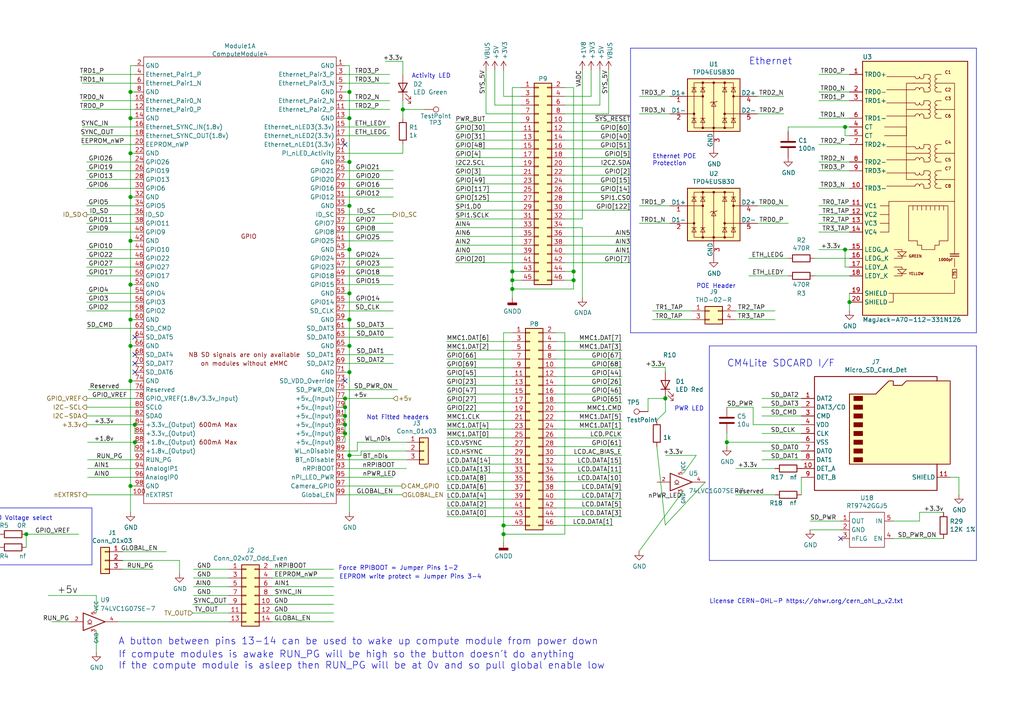
<source format=kicad_sch>
(kicad_sch (version 20211123) (generator eeschema)
  (paper "A4")
  (title_block (title "BeagleBone CM4 - GPIO - Ethernet") (rev "1"))
  (junction (at 37.846 92.71) (diameter 1.016))
  (junction (at 148.59 83.82) (diameter 1.016))
  (junction (at 101.346 132.08) (diameter 1.016))
  (junction (at 101.346 59.69) (diameter 1.016))
  (junction (at 101.346 46.99) (diameter 1.016))
  (junction (at 146.05 152.4) (diameter 1.016))
  (junction (at 7.62 154.94) (diameter 1.016))
  (junction (at 101.346 72.39) (diameter 1.016))
  (junction (at 246.38 87.63) (diameter 1.016))
  (junction (at 101.346 26.67) (diameter 1.016))
  (junction (at 245.11 36.83) (diameter 1.016))
  (junction (at 100.076 125.73) (diameter 1.016))
  (junction (at 101.346 85.09) (diameter 1.016))
  (junction (at 148.59 81.28) (diameter 1.016))
  (junction (at 37.846 69.85) (diameter 1.016))
  (junction (at 146.05 154.94) (diameter 1.016))
  (junction (at 148.59 78.74) (diameter 1.016))
  (junction (at 37.846 26.67) (diameter 1.016))
  (junction (at 100.076 120.65) (diameter 1.016))
  (junction (at 245.11 72.39) (diameter 1.016))
  (junction (at 37.846 100.33) (diameter 1.016))
  (junction (at 37.846 44.45) (diameter 1.016))
  (junction (at 39.116 123.19) (diameter 1.016))
  (junction (at 116.84 31.75) (diameter 1.016))
  (junction (at 101.346 107.95) (diameter 1.016))
  (junction (at 101.346 34.29) (diameter 1.016))
  (junction (at 192.9638 115.57) (diameter 1.016))
  (junction (at 210.82 128.27) (diameter 1.016))
  (junction (at 192.9638 115.443))
  (junction (at 166.37 78.74) (diameter 1.016))
  (junction (at 101.346 92.71) (diameter 1.016))
  (junction (at 100.076 115.57) (diameter 1.016))
  (junction (at 100.076 123.19) (diameter 1.016))
  (junction (at 101.346 100.33) (diameter 1.016))
  (junction (at 37.846 82.55) (diameter 1.016))
  (junction (at 39.116 128.27) (diameter 1.016))
  (junction (at 166.37 81.28) (diameter 1.016))
  (junction (at 37.846 110.49) (diameter 1.016))
  (junction (at 37.846 34.29) (diameter 1.016))
  (junction (at 37.846 57.15) (diameter 1.016))
  (junction (at 37.846 140.97) (diameter 1.016))
  (junction (at 100.076 118.11) (diameter 1.016))
  (no_connect (at 243.84 156.21))
  (no_connect (at 100.076 110.49))
  (no_connect (at 39.116 97.79))
  (no_connect (at 100.076 41.91))
  (no_connect (at 39.116 107.95))
  (no_connect (at 39.116 105.41))
  (no_connect (at 39.116 102.87))
  (wire (pts (xy 25.146 118.11) (xy 39.116 118.11)))
  (wire (pts (xy 23.876 36.83) (xy 39.116 36.83)))
  (wire (pts (xy 37.846 57.15) (xy 39.116 57.15)))
  (wire (pts (xy 78.994 175.26) (xy 96.774 175.26)))
  (wire (pts (xy 100.076 44.45) (xy 116.84 44.45)))
  (wire (pts (xy 173.99 30.48) (xy 173.99 20.32)))
  (wire (pts (xy 237.49 21.59) (xy 246.38 21.59)))
  (wire (pts (xy 78.994 170.18) (xy 96.774 170.18)))
  (wire (pts (xy 56.134 167.64) (xy 66.294 167.64)))
  (wire (pts (xy 101.346 132.08) (xy 101.346 148.59)))
  (wire (pts (xy 100.076 21.59) (xy 113.03 21.59)))
  (polyline (pts (xy 26.67 163.83) (xy -12.7 163.83)) (stroke (width 0) (type solid)))
  (wire (pts (xy 168.91 66.04) (xy 168.91 86.36)))
  (wire (pts (xy 237.49 34.29) (xy 246.38 34.29)))
  (wire (pts (xy 161.29 99.06) (xy 180.34 99.06)))
  (wire (pts (xy 245.11 72.39) (xy 246.38 72.39)))
  (wire (pts (xy 101.346 46.99) (xy 101.346 59.69)))
  (wire (pts (xy 37.846 44.45) (xy 37.846 57.15)))
  (polyline (pts (xy 283.21 13.97) (xy 283.21 96.52)) (stroke (width 0) (type solid)))
  (wire (pts (xy 100.076 85.09) (xy 101.346 85.09)))
  (wire (pts (xy 151.13 27.94) (xy 146.05 27.94)))
  (wire (pts (xy 163.83 25.4) (xy 166.37 25.4)))
  (wire (pts (xy 56.134 170.18) (xy 66.294 170.18)))
  (wire (pts (xy 148.59 25.4) (xy 148.59 78.74)))
  (wire (pts (xy 132.08 63.5) (xy 151.13 63.5)))
  (wire (pts (xy -8.89 158.75) (xy 0 158.75)))
  (wire (pts (xy 25.146 90.17) (xy 39.116 90.17)))
  (polyline (pts (xy -12.7 147.32) (xy -13.97 147.32)) (stroke (width 0) (type solid)))
  (wire (pts (xy 201.93 132.08) (xy 193.04 132.08)))
  (wire (pts (xy 27.94 172.72) (xy 27.94 177.8)))
  (wire (pts (xy 132.08 35.56) (xy 151.13 35.56)))
  (wire (pts (xy 25.4 138.43) (xy 39.116 138.43)))
  (wire (pts (xy 163.83 55.88) (xy 182.88 55.88)))
  (wire (pts (xy 161.29 144.78) (xy 180.34 144.78)))
  (wire (pts (xy 132.08 40.64) (xy 151.13 40.64)))
  (wire (pts (xy 100.076 80.01) (xy 114.046 80.01)))
  (wire (pts (xy 228.6 38.1) (xy 228.6 36.83)))
  (wire (pts (xy 103.632 128.27) (xy 117.856 128.27)))
  (wire (pts (xy 100.076 34.29) (xy 101.346 34.29)))
  (polyline (pts (xy 205.74 162.56) (xy 205.74 100.33)) (stroke (width 0) (type solid)))
  (wire (pts (xy 35.56 165.1) (xy 44.45 165.1)))
  (wire (pts (xy 161.29 132.08) (xy 180.34 132.08)))
  (wire (pts (xy 25.146 115.57) (xy 39.116 115.57)))
  (wire (pts (xy 100.076 52.07) (xy 114.046 52.07)))
  (wire (pts (xy 101.346 85.09) (xy 101.346 92.71)))
  (wire (pts (xy 37.846 19.05) (xy 37.846 26.67)))
  (wire (pts (xy 100.076 36.83) (xy 113.03 36.83)))
  (wire (pts (xy 161.29 127) (xy 180.34 127)))
  (wire (pts (xy 129.54 139.7) (xy 148.59 139.7)))
  (wire (pts (xy 25.146 59.69) (xy 39.116 59.69)))
  (wire (pts (xy 163.83 66.04) (xy 168.91 66.04)))
  (wire (pts (xy 132.08 38.1) (xy 151.13 38.1)))
  (wire (pts (xy 148.59 83.82) (xy 148.59 81.28)))
  (wire (pts (xy 166.37 78.74) (xy 166.37 81.28)))
  (wire (pts (xy 100.076 87.63) (xy 114.046 87.63)))
  (wire (pts (xy 163.83 96.52) (xy 163.83 154.94)))
  (wire (pts (xy 129.54 134.62) (xy 148.59 134.62)))
  (wire (pts (xy 56.134 172.72) (xy 66.294 172.72)))
  (wire (pts (xy 129.54 147.32) (xy 148.59 147.32)))
  (wire (pts (xy 100.076 133.35) (xy 117.856 133.35)))
  (wire (pts (xy 78.994 172.72) (xy 96.774 172.72)))
  (wire (pts (xy 37.846 69.85) (xy 39.116 69.85)))
  (wire (pts (xy 146.05 96.52) (xy 146.05 152.4)))
  (wire (pts (xy 100.076 19.05) (xy 101.346 19.05)))
  (wire (pts (xy 129.54 111.76) (xy 148.59 111.76)))
  (wire (pts (xy 161.29 96.52) (xy 163.83 96.52)))
  (wire (pts (xy 129.54 121.92) (xy 148.59 121.92)))
  (wire (pts (xy 25.4 133.35) (xy 39.116 133.35)))
  (wire (pts (xy 100.076 67.31) (xy 114.046 67.31)))
  (wire (pts (xy 146.05 96.52) (xy 148.59 96.52)))
  (wire (pts (xy 100.076 107.95) (xy 101.346 107.95)))
  (wire (pts (xy 236.22 74.93) (xy 246.38 74.93)))
  (wire (pts (xy 23.876 39.37) (xy 39.116 39.37)))
  (wire (pts (xy 161.29 119.38) (xy 180.34 119.38)))
  (wire (pts (xy 237.49 59.69) (xy 246.38 59.69)))
  (wire (pts (xy 129.54 106.68) (xy 148.59 106.68)))
  (wire (pts (xy 187.96 115.57) (xy 187.96 119.38)))
  (wire (pts (xy 161.29 116.84) (xy 180.34 116.84)))
  (wire (pts (xy 171.45 27.94) (xy 171.45 20.32)))
  (wire (pts (xy 163.83 27.94) (xy 171.45 27.94)))
  (wire (pts (xy 100.076 140.97) (xy 116.586 140.97)))
  (wire (pts (xy 143.51 30.48) (xy 143.51 20.32)))
  (wire (pts (xy 132.08 76.2) (xy 151.13 76.2)))
  (wire (pts (xy 213.36 135.89) (xy 224.79 135.89)))
  (wire (pts (xy 100.076 46.99) (xy 101.346 46.99)))
  (wire (pts (xy 132.08 45.72) (xy 151.13 45.72)))
  (wire (pts (xy 148.59 83.82) (xy 166.37 83.82)))
  (wire (pts (xy 100.076 138.43) (xy 114.046 138.43)))
  (wire (pts (xy 101.346 132.08) (xy 104.7242 132.08)))
  (wire (pts (xy 100.076 26.67) (xy 101.346 26.67)))
  (wire (pts (xy 236.22 80.01) (xy 246.38 80.01)))
  (wire (pts (xy 129.54 144.78) (xy 148.59 144.78)))
  (wire (pts (xy 266.7 148.59) (xy 266.7 151.13)))
  (wire (pts (xy 100.076 24.13) (xy 113.03 24.13)))
  (wire (pts (xy 163.83 45.72) (xy 182.88 45.72)))
  (wire (pts (xy 129.54 104.14) (xy 148.59 104.14)))
  (wire (pts (xy 39.116 19.05) (xy 37.846 19.05)))
  (wire (pts (xy 192.9638 106.553) (xy 189.1538 106.553)))
  (wire (pts (xy 161.29 109.22) (xy 180.34 109.22)))
  (wire (pts (xy 25.4 128.27) (xy 39.116 128.27)))
  (wire (pts (xy 100.076 120.65) (xy 100.076 123.19)))
  (wire (pts (xy 34.29 180.34) (xy 66.294 180.34)))
  (wire (pts (xy 243.84 151.13) (xy 234.95 151.13)))
  (wire (pts (xy 100.076 82.55) (xy 114.046 82.55)))
  (wire (pts (xy 39.116 128.27) (xy 39.37 128.27)))
  (wire (pts (xy 163.83 43.18) (xy 182.88 43.18)))
  (wire (pts (xy 163.83 76.2) (xy 182.88 76.2)))
  (wire (pts (xy 39.116 140.97) (xy 37.846 140.97)))
  (wire (pts (xy 218.44 123.19) (xy 218.44 118.11)))
  (wire (pts (xy 161.29 104.14) (xy 180.34 104.14)))
  (wire (pts (xy 25.146 46.99) (xy 39.116 46.99)))
  (wire (pts (xy 132.08 50.8) (xy 151.13 50.8)))
  (wire (pts (xy 25.146 120.65) (xy 39.116 120.65)))
  (wire (pts (xy 213.36 90.17) (xy 224.79 90.17)))
  (wire (pts (xy 13.97 172.72) (xy 27.94 172.72)))
  (wire (pts (xy 146.05 152.4) (xy 146.05 154.94)))
  (wire (pts (xy 194.31 64.77) (xy 185.42 64.77)))
  (wire (pts (xy 161.29 142.24) (xy 180.34 142.24)))
  (wire (pts (xy 132.08 43.18) (xy 151.13 43.18)))
  (wire (pts (xy 213.36 92.71) (xy 224.79 92.71)))
  (wire (pts (xy 232.41 138.43) (xy 232.41 143.51)))
  (wire (pts (xy 100.076 115.57) (xy 114.046 115.57)))
  (wire (pts (xy 151.13 25.4) (xy 148.59 25.4)))
  (wire (pts (xy 78.994 180.34) (xy 96.774 180.34)))
  (wire (pts (xy 101.346 92.71) (xy 101.346 100.33)))
  (wire (pts (xy 37.846 82.55) (xy 39.116 82.55)))
  (wire (pts (xy 7.62 154.94) (xy 7.62 158.75)))
  (wire (pts (xy 100.076 62.23) (xy 114.046 62.23)))
  (wire (pts (xy 129.54 132.08) (xy 148.59 132.08)))
  (wire (pts (xy 161.29 114.3) (xy 180.34 114.3)))
  (wire (pts (xy 101.346 72.39) (xy 101.346 85.09)))
  (wire (pts (xy 25.146 54.61) (xy 39.116 54.61)))
  (wire (pts (xy 100.076 69.85) (xy 114.046 69.85)))
  (wire (pts (xy 148.59 78.74) (xy 151.13 78.74)))
  (wire (pts (xy 192.9638 107.823) (xy 192.9638 106.553)))
  (wire (pts (xy 129.54 124.46) (xy 148.59 124.46)))
  (wire (pts (xy 237.49 67.31) (xy 246.38 67.31)))
  (wire (pts (xy 37.846 92.71) (xy 39.116 92.71)))
  (wire (pts (xy 56.134 165.1) (xy 66.294 165.1)))
  (wire (pts (xy 100.076 77.47) (xy 114.046 77.47)))
  (polyline (pts (xy -13.97 163.83) (xy -13.97 147.32)) (stroke (width 0) (type solid)))
  (wire (pts (xy 37.846 110.49) (xy 37.846 140.97)))
  (wire (pts (xy 237.49 62.23) (xy 246.38 62.23)))
  (wire (pts (xy 132.08 60.96) (xy 151.13 60.96)))
  (wire (pts (xy 129.54 119.38) (xy 148.59 119.38)))
  (wire (pts (xy 245.11 77.47) (xy 245.11 72.39)))
  (polyline (pts (xy 26.67 147.32) (xy 26.67 163.83)) (stroke (width 0) (type solid)))
  (wire (pts (xy 246.38 85.09) (xy 246.38 87.63)))
  (wire (pts (xy 100.076 125.73) (xy 100.076 128.27)))
  (wire (pts (xy 161.29 124.46) (xy 180.34 124.46)))
  (wire (pts (xy 25.146 62.23) (xy 39.116 62.23)))
  (wire (pts (xy 114.046 90.17) (xy 100.076 90.17)))
  (wire (pts (xy 100.076 59.69) (xy 101.346 59.69)))
  (wire (pts (xy 237.49 64.77) (xy 246.38 64.77)))
  (wire (pts (xy 163.83 30.48) (xy 173.99 30.48)))
  (wire (pts (xy 25.146 52.07) (xy 39.116 52.07)))
  (wire (pts (xy 35.56 162.56) (xy 52.07 162.56)))
  (wire (pts (xy 163.83 38.1) (xy 182.88 38.1)))
  (wire (pts (xy 100.076 118.11) (xy 100.076 120.65)))
  (wire (pts (xy 163.83 48.26) (xy 182.88 48.26)))
  (wire (pts (xy 25.146 95.25) (xy 39.116 95.25)))
  (wire (pts (xy 25.4 135.89) (xy 39.116 135.89)))
  (wire (pts (xy 198.1962 142.367) (xy 185.3438 159.893)))
  (wire (pts (xy 190.5 129.54) (xy 192.9638 152.273)))
  (wire (pts (xy 132.08 48.26) (xy 151.13 48.26)))
  (wire (pts (xy 7.62 154.94) (xy 22.86 154.94)))
  (wire (pts (xy 259.08 156.21) (xy 273.685 156.21)))
  (wire (pts (xy 100.076 29.21) (xy 113.03 29.21)))
  (wire (pts (xy 232.41 133.35) (xy 220.98 133.35)))
  (wire (pts (xy 163.83 58.42) (xy 182.88 58.42)))
  (wire (pts (xy 163.83 33.02) (xy 176.53 33.02)))
  (wire (pts (xy 100.076 123.19) (xy 100.076 125.73)))
  (wire (pts (xy 23.876 41.91) (xy 39.116 41.91)))
  (wire (pts (xy 23.876 21.59) (xy 39.116 21.59)))
  (wire (pts (xy 193.04 119.38) (xy 190.5 121.92)))
  (wire (pts (xy 237.49 26.67) (xy 246.38 26.67)))
  (wire (pts (xy 100.076 31.75) (xy 113.03 31.75)))
  (wire (pts (xy 192.9638 115.443) (xy 192.9638 115.57)))
  (wire (pts (xy 237.49 72.39) (xy 245.11 72.39)))
  (wire (pts (xy 151.13 33.02) (xy 140.97 33.02)))
  (wire (pts (xy 25.146 85.09) (xy 39.116 85.09)))
  (wire (pts (xy 25.146 49.53) (xy 39.116 49.53)))
  (wire (pts (xy 161.29 121.92) (xy 180.34 121.92)))
  (wire (pts (xy 132.08 68.58) (xy 151.13 68.58)))
  (wire (pts (xy 243.84 153.67) (xy 234.95 153.67)))
  (wire (pts (xy 219.71 59.69) (xy 228.6 59.69)))
  (wire (pts (xy 78.994 167.64) (xy 96.774 167.64)))
  (wire (pts (xy 220.98 115.57) (xy 232.41 115.57)))
  (wire (pts (xy 148.59 81.28) (xy 151.13 81.28)))
  (wire (pts (xy 100.076 39.37) (xy 113.03 39.37)))
  (wire (pts (xy 228.6 36.83) (xy 245.11 36.83)))
  (wire (pts (xy 132.08 58.42) (xy 151.13 58.42)))
  (wire (pts (xy 146.05 154.94) (xy 163.83 154.94)))
  (wire (pts (xy 55.88 177.8) (xy 66.294 177.8)))
  (wire (pts (xy 37.846 100.33) (xy 39.116 100.33)))
  (wire (pts (xy 192.9638 152.273) (xy 204.5462 139.827)))
  (wire (pts (xy 129.54 129.54) (xy 148.59 129.54)))
  (wire (pts (xy 129.54 149.86) (xy 148.59 149.86)))
  (polyline (pts (xy 283.21 100.33) (xy 283.21 162.56)) (stroke (width 0) (type solid)))
  (wire (pts (xy 151.13 30.48) (xy 143.51 30.48)))
  (wire (pts (xy 176.53 20.32) (xy 176.53 33.02)))
  (wire (pts (xy 185.42 27.94) (xy 194.31 27.94)))
  (wire (pts (xy 129.54 116.84) (xy 148.59 116.84)))
  (wire (pts (xy 25.146 143.51) (xy 39.116 143.51)))
  (wire (pts (xy 163.83 73.66) (xy 182.88 73.66)))
  (wire (pts (xy 132.08 66.04) (xy 151.13 66.04)))
  (wire (pts (xy 166.37 25.4) (xy 166.37 78.74)))
  (wire (pts (xy 163.83 60.96) (xy 182.88 60.96)))
  (wire (pts (xy 100.076 113.03) (xy 115.316 113.03)))
  (wire (pts (xy 278.13 138.43) (xy 278.13 143.51)))
  (wire (pts (xy 161.29 137.16) (xy 180.34 137.16)))
  (wire (pts (xy 78.994 165.1) (xy 96.774 165.1)))
  (wire (pts (xy 100.076 64.77) (xy 114.046 64.77)))
  (wire (pts (xy 163.83 71.12) (xy 182.88 71.12)))
  (wire (pts (xy 100.076 49.53) (xy 114.046 49.53)))
  (wire (pts (xy 132.08 71.12) (xy 151.13 71.12)))
  (wire (pts (xy 213.36 143.51) (xy 224.79 143.51)))
  (wire (pts (xy 101.346 26.67) (xy 101.346 34.29)))
  (polyline (pts (xy 283.21 96.52) (xy 182.88 96.52)) (stroke (width 0) (type solid)))
  (wire (pts (xy 35.56 160.02) (xy 48.26 160.02)))
  (wire (pts (xy 25.146 67.31) (xy 39.116 67.31)))
  (wire (pts (xy 39.116 125.73) (xy 39.116 123.19)))
  (wire (pts (xy 78.994 177.8) (xy 96.774 177.8)))
  (wire (pts (xy 237.49 41.91) (xy 246.38 41.91)))
  (wire (pts (xy 198.1962 137.287) (xy 201.93 132.08)))
  (wire (pts (xy 161.29 101.6) (xy 180.34 101.6)))
  (polyline (pts (xy -12.7 147.32) (xy 26.67 147.32)) (stroke (width 0) (type solid)))
  (wire (pts (xy 116.84 31.75) (xy 116.84 29.21)))
  (wire (pts (xy 25.146 64.77) (xy 39.116 64.77)))
  (wire (pts (xy 25.146 80.01) (xy 39.116 80.01)))
  (wire (pts (xy 217.17 80.01) (xy 228.6 80.01)))
  (wire (pts (xy 187.96 115.57) (xy 192.9638 115.57)))
  (wire (pts (xy 100.076 74.93) (xy 114.046 74.93)))
  (wire (pts (xy 273.685 148.59) (xy 266.7 148.59)))
  (wire (pts (xy 39.116 130.81) (xy 39.116 128.27)))
  (wire (pts (xy 101.346 59.69) (xy 101.346 72.39)))
  (polyline (pts (xy 283.21 162.56) (xy 205.74 162.56)) (stroke (width 0) (type solid)))
  (wire (pts (xy 192.9638 115.57) (xy 193.04 119.38)))
  (wire (pts (xy 116.84 21.59) (xy 116.84 17.78)))
  (wire (pts (xy 210.82 125.73) (xy 210.82 128.27)))
  (wire (pts (xy 219.71 33.02) (xy 227.33 33.02)))
  (wire (pts (xy 161.29 152.4) (xy 177.8 152.4)))
  (wire (pts (xy 100.076 100.33) (xy 101.346 100.33)))
  (wire (pts (xy 100.076 143.51) (xy 116.586 143.51)))
  (wire (pts (xy 37.846 110.49) (xy 39.116 110.49)))
  (wire (pts (xy 220.98 130.81) (xy 232.41 130.81)))
  (wire (pts (xy 163.83 63.5) (xy 168.91 63.5)))
  (wire (pts (xy 210.82 118.11) (xy 218.44 118.11)))
  (wire (pts (xy 37.846 44.45) (xy 39.116 44.45)))
  (polyline (pts (xy 182.88 96.52) (xy 182.88 13.97)) (stroke (width 0) (type solid)))
  (wire (pts (xy 100.076 115.57) (xy 100.076 118.11)))
  (wire (pts (xy 219.71 27.94) (xy 227.33 27.94)))
  (wire (pts (xy 104.7242 132.08) (xy 104.7242 130.81)))
  (wire (pts (xy 217.17 74.93) (xy 228.6 74.93)))
  (wire (pts (xy 39.116 34.29) (xy 37.846 34.29)))
  (wire (pts (xy 101.346 34.29) (xy 101.346 46.99)))
  (wire (pts (xy 163.83 78.74) (xy 166.37 78.74)))
  (wire (pts (xy 55.88 175.26) (xy 66.294 175.26)))
  (wire (pts (xy 23.876 29.21) (xy 39.116 29.21)))
  (wire (pts (xy 168.91 20.32) (xy 168.91 63.5)))
  (wire (pts (xy 163.83 68.58) (xy 182.88 68.58)))
  (wire (pts (xy 129.54 142.24) (xy 148.59 142.24)))
  (wire (pts (xy 161.29 147.32) (xy 180.34 147.32)))
  (wire (pts (xy 185.42 33.02) (xy 194.31 33.02)))
  (wire (pts (xy 163.83 40.64) (xy 182.88 40.64)))
  (wire (pts (xy 166.37 81.28) (xy 166.37 83.82)))
  (wire (pts (xy 100.076 130.81) (xy 103.632 130.81)))
  (wire (pts (xy 37.846 34.29) (xy 37.846 44.45)))
  (wire (pts (xy 232.41 123.19) (xy 218.44 123.19)))
  (polyline (pts (xy -13.97 163.83) (xy -12.7 163.83)) (stroke (width 0) (type solid)))
  (wire (pts (xy 25.146 74.93) (xy 39.116 74.93)))
  (wire (pts (xy 163.83 53.34) (xy 182.88 53.34)))
  (wire (pts (xy 114.046 102.87) (xy 100.076 102.87)))
  (wire (pts (xy 259.08 151.13) (xy 266.7 151.13)))
  (wire (pts (xy 25.146 77.47) (xy 39.116 77.47)))
  (wire (pts (xy 132.08 73.66) (xy 151.13 73.66)))
  (wire (pts (xy 100.076 57.15) (xy 114.046 57.15)))
  (wire (pts (xy 132.08 55.88) (xy 151.13 55.88)))
  (wire (pts (xy 100.076 92.71) (xy 101.346 92.71)))
  (wire (pts (xy 39.116 26.67) (xy 37.846 26.67)))
  (wire (pts (xy 161.29 149.86) (xy 180.34 149.86)))
  (wire (pts (xy 148.59 86.36) (xy 148.59 83.82)))
  (wire (pts (xy 129.54 101.6) (xy 148.59 101.6)))
  (wire (pts (xy 27.94 182.88) (xy 27.94 189.23)))
  (wire (pts (xy 37.846 82.55) (xy 37.846 92.71)))
  (wire (pts (xy 246.38 87.63) (xy 246.38 90.17)))
  (wire (pts (xy 25.6032 113.03) (xy 39.116 113.03)))
  (polyline (pts (xy 205.74 100.33) (xy 283.21 100.33)) (stroke (width 0) (type solid)))
  (wire (pts (xy 111.76 17.78) (xy 116.84 17.78)))
  (wire (pts (xy 37.846 92.71) (xy 37.846 100.33)))
  (wire (pts (xy 246.38 77.47) (xy 245.11 77.47)))
  (wire (pts (xy 148.59 81.28) (xy 148.59 78.74)))
  (wire (pts (xy 129.54 114.3) (xy 148.59 114.3)))
  (wire (pts (xy 37.846 100.33) (xy 37.846 110.49)))
  (wire (pts (xy 101.346 19.05) (xy 101.346 26.67)))
  (wire (pts (xy 37.846 140.97) (xy 37.846 148.59)))
  (wire (pts (xy 25.146 123.19) (xy 39.116 123.19)))
  (wire (pts (xy 237.49 54.61) (xy 246.38 54.61)))
  (wire (pts (xy 129.54 127) (xy 148.59 127)))
  (wire (pts (xy 185.42 59.69) (xy 194.31 59.69)))
  (wire (pts (xy 246.38 39.37) (xy 245.11 39.37)))
  (wire (pts (xy 163.83 81.28) (xy 166.37 81.28)))
  (wire (pts (xy 232.41 118.11) (xy 220.98 118.11)))
  (wire (pts (xy 232.41 125.73) (xy 220.98 125.73)))
  (wire (pts (xy 163.83 35.56) (xy 182.88 35.56)))
  (wire (pts (xy 103.632 130.81) (xy 103.632 128.27)))
  (wire (pts (xy 245.11 39.37) (xy 245.11 36.83)))
  (wire (pts (xy 37.846 57.15) (xy 37.846 69.85)))
  (wire (pts (xy 275.59 138.43) (xy 278.13 138.43)))
  (wire (pts (xy 129.54 109.22) (xy 148.59 109.22)))
  (wire (pts (xy 100.076 97.79) (xy 114.046 97.79)))
  (wire (pts (xy 101.346 100.33) (xy 101.346 107.95)))
  (wire (pts (xy 52.07 162.56) (xy 52.07 166.37)))
  (wire (pts (xy 100.076 105.41) (xy 114.046 105.41)))
  (wire (pts (xy 163.83 50.8) (xy 182.88 50.8)))
  (wire (pts (xy 161.29 111.76) (xy 180.34 111.76)))
  (wire (pts (xy 129.54 137.16) (xy 148.59 137.16)))
  (wire (pts (xy 210.82 128.27) (xy 210.82 129.54)))
  (wire (pts (xy 23.876 24.13) (xy 39.116 24.13)))
  (wire (pts (xy 25.146 87.63) (xy 39.116 87.63)))
  (wire (pts (xy 132.08 53.34) (xy 151.13 53.34)))
  (wire (pts (xy 114.046 95.25) (xy 100.076 95.25)))
  (wire (pts (xy 140.97 33.02) (xy 140.97 20.32)))
  (wire (pts (xy 146.05 154.94) (xy 146.05 157.48)))
  (wire (pts (xy -8.89 154.94) (xy 0 154.94)))
  (wire (pts (xy 14.986 180.34) (xy 20.32 180.34)))
  (wire (pts (xy 189.23 90.17) (xy 200.66 90.17)))
  (wire (pts (xy 161.29 129.54) (xy 180.34 129.54)))
  (wire (pts (xy 237.49 49.53) (xy 246.38 49.53)))
  (wire (pts (xy 100.076 135.89) (xy 117.856 135.89)))
  (wire (pts (xy 246.38 36.83) (xy 245.11 36.83)))
  (wire (pts (xy 146.05 27.94) (xy 146.05 20.32)))
  (wire (pts (xy 123.19 31.75) (xy 116.84 31.75)))
  (wire (pts (xy 116.84 34.29) (xy 116.84 31.75)))
  (wire (pts (xy 100.076 54.61) (xy 114.046 54.61)))
  (wire (pts (xy 148.59 152.4) (xy 146.05 152.4)))
  (wire (pts (xy 220.98 120.65) (xy 232.41 120.65)))
  (wire (pts (xy 25.146 72.39) (xy 39.116 72.39)))
  (wire (pts (xy 210.82 128.27) (xy 232.41 128.27)))
  (wire (pts (xy 116.84 44.45) (xy 116.84 41.91)))
  (wire (pts (xy 101.346 107.95) (xy 101.346 132.08)))
  (wire (pts (xy 237.49 46.99) (xy 246.38 46.99)))
  (wire (pts (xy 129.54 99.06) (xy 148.59 99.06)))
  (wire (pts (xy 219.71 64.77) (xy 228.6 64.77)))
  (wire (pts (xy 161.29 139.7) (xy 180.34 139.7)))
  (wire (pts (xy 189.23 92.71) (xy 200.66 92.71)))
  (wire (pts (xy 161.29 134.62) (xy 180.34 134.62)))
  (wire (pts (xy 104.7242 130.81) (xy 117.856 130.81)))
  (wire (pts (xy 23.876 31.75) (xy 39.116 31.75)))
  (wire (pts (xy 37.846 69.85) (xy 37.846 82.55)))
  (wire (pts (xy 100.076 72.39) (xy 101.346 72.39)))
  (polyline (pts (xy 182.88 13.97) (xy 283.21 13.97)) (stroke (width 0) (type solid)))
  (wire (pts (xy 237.49 29.21) (xy 246.38 29.21)))
  (wire (pts (xy 161.29 106.68) (xy 180.34 106.68)))
  (wire (pts (xy 37.846 26.67) (xy 37.846 34.29)))
  (text "PWR LED" (at 195.58 119.38 0) (effects (font (size 1.27 1.27)) (justify left bottom)))
  (text "Ethernet POE\nProtection" (at 189.23 48.26 0) (effects (font (size 1.27 1.27)) (justify left bottom)))
  (text "CM4Lite SDCARD I/F" (at 210.82 106.68 0) (effects (font (size 2.007 2.007)) (justify left bottom)))
  (text "GPIO Voltage select\n" (at 15.24 151.13 180) (effects (font (size 1.27 1.27)) (justify right bottom)))
  (text "Ethernet" (at 217.17 19.05 0) (effects (font (size 2.0066 2.0066)) (justify left bottom)))
  (text "Activity LED" (at 119.38 22.86 0) (effects (font (size 1.27 1.27)) (justify left bottom)))
  (text "EEPROM write protect = Jumper Pins 3-4\n\n" (at 139.7 170.18 180) (effects (font (size 1.27 1.27)) (justify right bottom)))
  (text "Not Fitted headers" (at 124.46 121.92 180) (effects (font (size 1.27 1.27)) (justify right bottom)))
  (text "License CERN-OHL-P https://ohwr.org/cern_ohl_p_v2.txt" (at 205.74 175.26 0) (effects (font (size 1.27 1.27)) (justify left bottom)))
  (text "A button between pins 13-14 can be used to wake up compute module from power down\n\n" (at 34.29 190.5 0) (effects (font (size 2.007 2.007)) (justify left bottom)))
  (text "If compute modules is awake RUN_PG will be high so the button doesn't do anything\nIf the compute module is asleep then RUN_PG will be at 0v and so pull global enable low" (at 34.29 194.31 0) (effects (font (size 2.007 2.007)) (justify left bottom)))
  (text "Force RPIBOOT = Jumper Pins 1-2 \n" (at 133.858 165.608 180) (effects (font (size 1.27 1.27)) (justify right bottom)))
  (text "POE Header" (at 201.93 83.82 0) (effects (font (size 1.27 1.27)) (justify left bottom)))
  (label "GPIO[45]" (at 129.54 109.22 0))
  (label "LCD.VSYNC" (at 129.54 129.54 0))
  (label "TRD1_N" (at 193.04 64.77 180))
  (label "GPIO[51]" (at 182.88 43.18 180))
  (label "TRD2_P" (at 245.11 41.91 180))
  (label "SPI1.CS0" (at 182.88 58.42 180))
  (label "GPIO12" (at 110.236 57.15 180))
  (label "TRD2_N" (at 245.11 46.99 180))
  (label "MMC1.CMD" (at 180.34 119.38 180))
  (label "GPIO23" (at 110.236 77.47 180))
  (label "TR2_TAP" (at 246.38 64.77 180))
  (label "SD_PWR_ON" (at 102.616 113.03 0))
  (label "LCD.DATA[7]" (at 180.34 144.78 180))
  (label "GPIO[66]" (at 129.54 104.14 0))
  (label "ID_SC" (at 108.966 62.23 180))
  (label "TRD1_P" (at 245.11 29.21 180))
  (label "GPIO14" (at 110.236 87.63 180))
  (label "TRD1_P" (at 30.226 21.59 180))
  (label "Reserved" (at 34.671 113.03 180))
  (label "MMC1.CLK" (at 129.54 121.92 0))
  (label "GPIO[22]" (at 129.54 119.38 0))
  (label "MMC1.DAT[3]" (at 180.34 101.6 180))
  (label "SD_DAT3" (at 223.52 118.11 0))
  (label "I2C2.SCL" (at 132.08 48.26 0))
  (label "SD_DAT3" (at 111.506 95.25 180))
  (label "+3.3v" (at -3.81 154.94 180))
  (label "SD_DAT0" (at 223.52 130.81 0))
  (label "SD_PWR" (at 234.95 151.13 0))
  (label "LCD.DATA[0]" (at 129.54 149.86 0))
  (label "TR0_TAP" (at 198.0184 92.71 180))
  (label "nPWR_LED" (at 105.156 138.43 0))
  (label "GND" (at 83.566 175.26 180))
  (label "LCD.DATA[2]" (at 129.54 147.32 0))
  (label "SD_PWR" (at 210.82 118.11 0))
  (label "+5v" (at 16.51 172.72 0) (effects (font (size 2.0066 2.0066))))
  (label "SD_DAT0" (at 111.506 97.79 180))
  (label "AIN2" (at 132.08 71.12 0))
  (label "GPIO[49]" (at 132.08 53.34 0))
  (label "GPIO20" (at 110.236 52.07 180))
  (label "SD_DAT1" (at 223.52 133.35 0))
  (label "MMC1.DAT[4]" (at 129.54 124.46 0))
  (label "GPIO[7]" (at 182.88 76.2 180))
  (label "AIN0" (at 132.08 73.66 0))
  (label "BT_nDis" (at 112.6236 133.35 180))
  (label "GPIO[68]" (at 180.34 106.68 180))
  (label "AIN6" (at 132.08 68.58 0))
  (label "SD_DAT2" (at 111.506 105.41 180))
  (label "EEPROM_nWP" (at 36.068 41.91 180))
  (label "TRD0_N" (at 227.33 59.69 180))
  (label "GPIO8" (at 108.966 67.31 180))
  (label "AIN0" (at 61.214 170.18 180))
  (label "GPIO26" (at 32.766 46.99 180))
  (label "+3.3v" (at 219.71 135.89 180))
  (label "SYNC_IN" (at 31.496 36.83 180))
  (label "LCD.DATA[1]" (at 177.8 152.4 180))
  (label "TRD3_N" (at 193.04 33.02 180))
  (label "LCD.DATA[5]" (at 180.34 147.32 180))
  (label "GPIO[65]" (at 180.34 116.84 180))
  (label "SD_PWR_ON" (at 260.35 156.21 0))
  (label "TR1_TAP" (at 198.12 90.17 180))
  (label "GPIO18" (at 110.236 80.01 180))
  (label "GPIO[40]" (at 182.88 40.64 180))
  (label "LCD.DATA[8]" (at 129.54 139.7 0))
  (label "GPIO15" (at 110.236 82.55 180))
  (label "LCD.DATA[13]" (at 129.54 137.16 0))
  (label "TRD2_P" (at 102.87 31.75 0))
  (label "GPIO[47]" (at 129.54 114.3 0))
  (label "LCD.DATA[14]" (at 129.54 134.62 0))
  (label "GPIO25" (at 110.236 69.85 180))
  (label "MMC1.DAT[5]" (at 180.34 121.92 180))
  (label "GPIO[15]" (at 182.88 53.34 180))
  (label "nRPIBOOT" (at 114.5032 135.89 180))
  (label "GPIO_VREF" (at 26.67 115.57 0))
  (label "GPIO[125]" (at 132.08 58.42 0))
  (label "GPIO6" (at 31.496 54.61 180))
  (label "MMC1.DAT[0]" (at 129.54 127 0))
  (label "TRD3_N" (at 102.87 24.13 0))
  (label "LCD.DATA[9]" (at 180.34 142.24 180))
  (label "TR0_TAP" (at 246.38 59.69 180))
  (label "GPIO[3]" (at 132.08 50.8 0))
  (label "TRD0_P" (at 227.33 64.77 180))
  (label "GPIO[23]" (at 129.54 111.76 0))
  (label "AIN1" (at 84.074 170.18 180))
  (label "GPIO13" (at 32.766 52.07 180))
  (label "TRD2_N" (at 227.33 27.94 180))
  (label "GPIO_VREF" (at 10.16 154.94 0))
  (label "GPIO[31]" (at 132.08 40.64 0))
  (label "SPI1.SCLK" (at 132.08 63.5 0))
  (label "TRD0_P" (at 245.11 21.59 180))
  (label "GPIO[20]" (at 132.08 76.2 0))
  (label "TRD2_P" (at 227.33 33.02 180))
  (label "ETH_LEDG" (at 227.33 74.93 180))
  (label "+3.3v" (at 192.9638 106.553 180))
  (label "GPIO16" (at 110.236 54.61 180))
  (label "AIN1" (at 31.75 135.89 180))
  (label "SYS_5V" (at 140.97 20.32 270))
  (label "TRD3_N" (at 245.11 54.61 180))
  (label "LCD.DATA[6]" (at 129.54 142.24 0))
  (label "GPIO[61]" (at 180.34 129.54 180))
  (label "SYNC_IN" (at 87.63 172.72 180))
  (label "TRD0_N" (at 30.226 29.21 180))
  (label "GPIO[117]" (at 132.08 55.88 0))
  (label "SD_CMD" (at 32.766 95.25 180))
  (label "GND" (at 61.214 165.1 180))
  (label "RUN_PG" (at 44.45 165.1 180))
  (label "GPIO22" (at 32.766 74.93 180))
  (label "SD_CLK" (at 223.52 125.73 0))
  (label "TRD1_N" (at 245.11 34.29 180))
  (label "PWR_BUT" (at 132.08 35.56 0))
  (label "GPIO[5]" (at 182.88 45.72 180))
  (label "GPIO[67]" (at 180.34 104.14 180))
  (label "LCD.DATA[10]" (at 180.34 139.7 180))
  (label "GPIO[46]" (at 180.34 114.3 180))
  (label "GPIO19" (at 32.766 49.53 180))
  (label "GPIO4" (at 31.496 85.09 180))
  (label "GPIO[4]" (at 132.08 45.72 0))
  (label "TR2_TAP" (at 221.9198 90.17 180))
  (label "nPWR_LED" (at 187.96 144.78 0))
  (label "GPIO5" (at 31.496 59.69 180))
  (label "SPI1.D0" (at 132.08 60.96 0))
  (label "+3.3v" (at 33.02 123.19 180))
  (label "+5v" (at 106.426 115.57 180))
  (label "SYNC_OUT" (at 33.02 39.37 180))
  (label "GND" (at 61.214 167.64 180))
  (label "MMC1.DAT[2]" (at 129.54 101.6 0))
  (label "EEPROM_nWP" (at 92.202 167.64 180))
  (label "GPIO[60]" (at 182.88 38.1 180))
  (label "SYNC_OUT" (at 65.786 175.26 180))
  (label "GLOBAL_EN" (at 114.046 143.51 180))
  (label "+3.3v" (at 273.685 148.59 180))
  (label "GPIO27" (at 32.766 77.47 180))
  (label "GLOBAL_EN" (at 90.17 180.34 180))
  (label "GLOBAL_EN" (at 45.72 160.02 180))
  (label "GPIO[30]" (at 132.08 38.1 0))
  (label "GPIO11" (at 32.766 64.77 180))
  (label "+1.8v" (at 33.02 128.27 180))
  (label "GND" (at 61.214 172.72 180))
  (label "TV_OUT" (at 63.246 177.8 180))
  (label "RUN_PG" (at 35.56 133.35 180))
  (label "AIN1" (at 182.88 73.66 180))
  (label "VADC" (at 168.91 20.32 270))
  (label "TRD3_P" (at 245.11 49.53 180))
  (label "MMC1.DAT[6]" (at 129.54 99.06 0))
  (label "TRD3_P" (at 102.87 21.59 0))
  (label "LCD.DATA[15]" (at 180.34 134.62 180))
  (label "GPIO[44]" (at 180.34 109.22 180))
  (label "GPIO7" (at 108.966 64.77 180))
  (label "LCD.DATA[3]" (at 180.34 149.86 180))
  (label "SD_DAT1" (at 111.506 102.87 180))
  (label "LCD.DATA[4]" (at 129.54 144.78 0))
  (label "TRD1_N" (at 30.226 24.13 180))
  (label "AIN4" (at 132.08 66.04 0))
  (label "ETH_LEDG" (at 102.87 39.37 0))
  (label "TR1_TAP" (at 246.38 62.23 180))
  (label "I2C2.SDA" (at 182.88 48.26 180))
  (label "+3.3v" (at 116.84 17.78 180))
  (label "AIN5" (at 182.88 68.58 180))
  (label "ETH_LEDY" (at 102.87 36.83 0))
  (label "+3.3v" (at 243.84 72.39 180))
  (label "GPIO[26]" (at 180.34 111.76 180))
  (label "LCD.HSYNC" (at 129.54 132.08 0))
  (label "AIN3" (at 182.88 71.12 180))
  (label "GND" (at 83.566 177.8 180))
  (label "GPIO3" (at 31.496 87.63 180))
  (label "GPIO17" (at 32.766 80.01 180))
  (label "GPIO2" (at 31.496 90.17 180))
  (label "WL_nDis" (at 113.411 128.27 180))
  (label "ID_SD" (at 31.496 62.23 180))
  (label "TRD2_N" (at 102.87 29.21 0))
  (label "GPIO9" (at 31.496 67.31 180))
  (label "TR3_TAP" (at 221.8944 92.71 180))
  (label "MMC1.DAT[7]" (at 180.34 99.06 180))
  (label "nRPIBOOT" (at 88.9 165.1 180))
  (label "+3.3v" (at 198.12 132.08 180))
  (label "GPIO[27]" (at 129.54 116.84 0))
  (label "~{SYS_RESET}" (at 182.88 35.56 180))
  (label "TRD3_P" (at 193.04 27.94 180))
  (label "GPIO[2]" (at 182.88 50.8 180))
  (label "LCD.AC_BIAS_E" (at 180.34 132.08 180))
  (label "GPIO[122]" (at 182.88 60.96 180))
  (label "SD_CLK" (at 110.236 90.17 180))
  (label "GPIO24" (at 110.236 74.93 180))
  (label "+1.8v" (at -3.81 158.75 180))
  (label "GPIO[14]" (at 182.88 55.88 180))
  (label "SD_CMD" (at 223.52 120.65 0))
  (label "RUN_PG" (at 20.066 180.34 180))
  (label "TRD1_P" (at 193.04 59.69 180))
  (label "TRD0_N" (at 245.11 26.67 180))
  (label "SYS_5V" (at 176.53 20.32 270))
  (label "LCD.DATA[11]" (at 180.34 137.16 180))
  (label "GPIO10" (at 32.766 72.39 180))
  (label "GPIO[69]" (at 129.54 106.68 0))
  (label "GPIO21" (at 110.236 49.53 180))
  (label "LCD.PCLK" (at 180.34 127 180))
  (label "TRD0_P" (at 30.226 31.75 180))
  (label "GPIO[48]" (at 132.08 43.18 0))
  (label "ETH_LEDY" (at 227.33 80.01 180))
  (label "AIN0" (at 31.75 138.43 180))
  (label "SD_DAT2" (at 223.52 115.57 0))
  (label "Reserved" (at 221.615 143.51 180))
  (label "MMC1.DAT[1]" (at 180.34 124.46 180))
  (label "TR3_TAP" (at 246.38 67.31 180))
  (hierarchical_label "+5v" (shape input) (at 114.046 115.57 0))
  (hierarchical_label "GLOBAL_EN" (shape input) (at 116.586 143.51 0))
  (hierarchical_label "ID_SC" (shape output) (at 114.046 62.23 0))
  (hierarchical_label "TV_OUT" (shape input) (at 55.88 177.8 180))
  (hierarchical_label "I2C-SCL" (shape output) (at 25.146 118.11 180))
  (hierarchical_label "ID_SD" (shape output) (at 25.146 62.23 180))
  (hierarchical_label "GPIO_VREF" (shape output) (at 25.146 115.57 180))
  (hierarchical_label "I2C-SDA" (shape output) (at 25.146 120.65 180))
  (hierarchical_label "CAM_GPIO" (shape output) (at 116.586 140.97 0))
  (hierarchical_label "nEXTRST" (shape output) (at 25.146 143.51 180))
  (hierarchical_label "+3.3v" (shape output) (at 25.146 123.19 180))
  (symbol (lib_id "CM4IO:74LVC1G07_copy") (at 198.1962 139.827 0) (unit 1)
    (property "Reference" "U5" (at 199.7202 137.287 0) (effects (justify left)))
    (property "Value" "74LVC1G07SE-7" (at 199.7202 142.367 0) (effects (justify left)))
    (property "Footprint" "Package_TO_SOT_SMD:SOT-353_SC-70-5" (effects hide))
    (property "Datasheet" "https://www.diodes.com/assets/Datasheets/74LVC1G07.pdf" (effects hide))
    (property "Field4" "Farnell" (effects hide))
    (property "Field5" "2425492" (effects hide))
    (property "Field6" "74LVC1G07SE-7" (effects hide))
    (property "Field7" "Diodes" (effects hide))
    (property "Part Description" "Buffer, Non-Inverting 1 Element 1 Bit per Element Open Drain Output SOT-353" (effects hide))
  )
  (symbol (lib_id "CM4IO:74LVC1G07_copy") (at 27.94 180.34 0) (unit 1)
    (property "Reference" "U9" (at 30.48 173.99 0))
    (property "Value" "74LVC1G07SE-7" (at 37.084 176.53 0))
    (property "Footprint" "Package_TO_SOT_SMD:SOT-353_SC-70-5" (effects hide))
    (property "Datasheet" "https://www.diodes.com/assets/Datasheets/74LVC1G07.pdf" (effects hide))
    (property "Field4" "Farnell" (effects hide))
    (property "Field5" "2425492" (effects hide))
    (property "Field6" "74LVC1G07SE-7" (effects hide))
    (property "Field7" "Diodes" (effects hide))
    (property "Part Description" "Buffer, Non-Inverting 1 Element 1 Bit per Element Open Drain Output SOT-353" (effects hide))
  )
  (symbol (lib_id "power:GND") (at 27.94 189.23 0) (unit 1)
    (property "Reference" "#PWR027" (effects hide))
    (property "Value" "GND" (at 28.067 193.6242 0))
  )
  (symbol (lib_id "CM4IO:RT9742GGJ5") (at 252.73 161.29 0) (unit 1)
    (property "Reference" "U18" (at 251.46 144.399 0))
    (property "Value" "RT9742GGJ5" (at 251.46 146.7104 0))
    (property "Footprint" "Package_TO_SOT_SMD:SOT-23-5" (effects hide))
    (property "Datasheet" "https://www.richtek.com/assets/product_file/RT9742/DS9742-00.pdf" (effects hide))
    (property "Field4" "Farnell" (effects hide))
    (property "Field5" "	2545875" (effects hide))
    (property "Field6" "RT9742GGJ5" (effects hide))
    (property "Field7" "RichTek" (effects hide))
    (property "Field8" "USWI00166" (effects hide))
    (property "Part Description" "	Power Switch/Driver 1:1 N-Channel 1A TSOT-23-5" (effects hide))
  )
  (symbol (lib_id "power:GND") (at 234.95 153.67 0) (unit 1)
    (property "Reference" "#PWR0113" (effects hide))
    (property "Value" "GND" (at 235.077 158.0642 0))
  )
  (symbol (lib_id "CM4IO:ComputeModule4-CM4") (at 72.136 74.93 0) (unit 1)
    (property "Reference" "Module1" (at 69.596 13.335 0))
    (property "Value" "ComputeModule4" (at 69.596 15.6464 0))
    (property "Footprint" "CM4IO:Raspberry-Pi-4-Compute-Module" (effects hide))
    (property "Field4" "Hirose" (effects hide))
    (property "Field5" "2off DF40C-100DS-0.4V" (effects hide))
    (property "Field6" "2off DF40C-100DS-0.4V" (effects hide))
    (property "Field7" "Hirose" (effects hide))
    (property "Part Description" "	100 Position Connector Receptacle, Center Strip Contacts Surface Mount Gold" (effects hide))
  )
  (symbol (lib_id "CM4IO:MagJack-A70-112-331N126") (at 267.97 92.71 0) (unit 1)
    (property "Reference" "U3" (at 250.19 16.51 0) (effects (justify left)))
    (property "Value" "MagJack-A70-112-331N126" (at 250.19 92.71 0) (effects (justify left)))
    (property "Footprint" "CM4IO:TRJG0926HENL" (effects hide))
    (property "Datasheet" "https://p.globalsources.com/IMAGES/PDT/SPEC/690/K1160305690.pdf" (effects hide))
    (property "Field6" "TRJG0926HENL" (effects hide))
    (property "Field7" "Trxcon" (effects hide))
    (property "Field8" "UCON00900" (effects hide))
    (property "Part Description" "Gigabit Ethernet Magjack" (effects hide))
  )
  (symbol (lib_id "Device:C") (at 228.6 41.91 0) (unit 1)
    (property "Reference" "C1" (at 231.521 40.7416 0) (effects (justify left)))
    (property "Value" "100n" (at 231.521 43.053 0) (effects (justify left)))
    (property "Footprint" "Capacitor_SMD:C_0402_1005Metric" (effects hide))
    (property "Datasheet" "https://search.murata.co.jp/Ceramy/image/img/A01X/G101/ENG/GRM155R71C104KA88-01.pdf" (effects hide))
    (property "Field4" "Farnell" (effects hide))
    (property "Field5" "2611911" (effects hide))
    (property "Field6" "RM EMK105 B7104KV-F" (effects hide))
    (property "Field7" "TAIYO YUDEN EUROPE GMBH" (effects hide))
    (property "Part Description" "	0.1uF 10% 16V Ceramic Capacitor X7R 0402 (1005 Metric)" (effects hide))
    (property "Field8" "110091611" (effects hide))
  )
  (symbol (lib_id "power:GND") (at 228.6 45.72 0) (unit 1)
    (property "Reference" "#PWR0101" (effects hide))
    (property "Value" "GND" (at 228.727 50.1142 0))
  )
  (symbol (lib_id "Connector_Generic:Conn_02x02_Odd_Even") (at 205.74 90.17 0) (unit 1)
    (property "Reference" "J9" (at 207.01 84.6582 0))
    (property "Value" "THD-02-R" (at 207.01 86.9696 0))
    (property "Footprint" "Connector_PinHeader_2.54mm:PinHeader_2x02_P2.54mm_Vertical" (effects hide))
    (property "Datasheet" "https://www.toby.co.uk/uploads/publications/1673.pdf" (effects hide))
    (property "Field4" "Toby" (effects hide))
    (property "Field5" "THD-02-R" (effects hide))
    (property "Field6" "151-604-425-761" (effects hide))
    (property "Field7" "EDAC" (effects hide))
    (property "Field8" "UCON00791" (effects hide))
    (property "Part Description" "PinHeader_2x02_P2.54mm_Vertical" (effects hide))
  )
  (symbol (lib_id "Device:C") (at 210.82 121.92 0) (unit 1)
    (property "Reference" "C5" (at 213.741 120.7516 0) (effects (justify left)))
    (property "Value" "10u" (at 213.741 123.063 0) (effects (justify left)))
    (property "Footprint" "Capacitor_SMD:C_0805_2012Metric" (effects hide))
    (property "Datasheet" "https://search.murata.co.jp/Ceramy/image/img/A01X/G101/ENG/GRM21BR71A106KA73-01.pdf" (effects hide))
    (property "Field5" "490-14381-1-ND" (effects hide))
    (property "Field4" "Digikey" (effects hide))
    (property "Field6" "GRM21BR71A106KA73L" (effects hide))
    (property "Field7" "Murata" (effects hide))
    (property "Part Description" "	10uF 10% 10V Ceramic Capacitor X7R 0805 (2012 Metric)" (effects hide))
    (property "Field8" "111893011" (effects hide))
  )
  (symbol (lib_id "Device:R") (at 232.41 74.93 270) (unit 1)
    (property "Reference" "R2" (at 232.41 69.6722 90))
    (property "Value" "470R" (at 232.41 71.9836 90))
    (property "Footprint" "Resistor_SMD:R_0402_1005Metric" (effects hide))
    (property "Datasheet" "https://fscdn.rohm.com/en/products/databook/datasheet/passive/resistor/chip_resistor/mcr-e.pdf" (effects hide))
    (property "Field4" "Farnell" (effects hide))
    (property "Field5" "9239197" (effects hide))
    (property "Field7" "KOA EUROPE GMBH" (effects hide))
    (property "Field6" "RK73G1ETQTP4700D         " (effects hide))
    (property "Field8" "120887981" (effects hide))
    (property "Part Description" "Resistor 470R M1005 1% 63mW" (effects hide))
  )
  (symbol (lib_id "Device:R") (at 232.41 80.01 270) (unit 1)
    (property "Reference" "R3" (at 232.41 85.09 90))
    (property "Value" "470R" (at 232.41 82.55 90))
    (property "Footprint" "Resistor_SMD:R_0402_1005Metric" (effects hide))
    (property "Datasheet" "https://fscdn.rohm.com/en/products/databook/datasheet/passive/resistor/chip_resistor/mcr-e.pdf" (effects hide))
    (property "Field4" "Farnell" (effects hide))
    (property "Field5" "9239197" (effects hide))
    (property "Field7" "KOA EUROPE GMBH" (effects hide))
    (property "Field6" "RK73G1ETQTP4700D         " (effects hide))
    (property "Field8" "120887981" (effects hide))
    (property "Part Description" "Resistor 470R M1005 1% 63mW" (effects hide))
  )
  (symbol (lib_id "power:GND") (at 37.846 148.59 0) (unit 1)
    (property "Reference" "#PWR0104" (effects hide))
    (property "Value" "GND" (at 37.973 152.9842 0))
  )
  (symbol (lib_id "power:GND") (at 101.346 148.59 0) (unit 1)
    (property "Reference" "#PWR0105" (effects hide))
    (property "Value" "GND" (at 101.473 152.9842 0))
  )
  (symbol (lib_id "Device:LED") (at 116.84 25.4 90) (unit 1)
    (property "Reference" "D2" (at 119.8118 24.4094 90) (effects (justify right)))
    (property "Value" "LED Green" (at 119.8118 26.7208 90) (effects (justify right)))
    (property "Footprint" "LED_SMD:LED_0603_1608Metric" (effects hide))
    (property "Datasheet" "http://optoelectronics.liteon.com/upload/download/DS22-2000-226/LTST-S270KGKT.pdf" (effects hide))
    (property "Field4" "Digikey " (effects hide))
    (property "Field5" "LTST-S270KGKT" (effects hide))
    (property "Field6" "SML-A12M8TT86N" (effects hide))
    (property "Field7" "Rohm" (effects hide))
    (property "Field8" "650263301" (effects hide))
    (property "Part Description" "	Green 572nm LED Indication - Discrete 2.2V 2-SMD, No Lead" (effects hide))
  )
  (symbol (lib_id "Device:R") (at 116.84 38.1 0) (unit 1)
    (property "Reference" "R1" (at 118.618 36.9316 0) (effects (justify left)))
    (property "Value" "1k" (at 118.618 39.243 0) (effects (justify left)))
    (property "Footprint" "Resistor_SMD:R_0402_1005Metric" (effects hide))
    (property "Datasheet" "https://fscdn.rohm.com/en/products/databook/datasheet/passive/resistor/chip_resistor/mcr-e.pdf" (effects hide))
    (property "Field4" "Farnell" (effects hide))
    (property "Field5" "9239235" (effects hide))
    (property "Field7" "KOA EUROPE GMBH" (effects hide))
    (property "Field6" "RK73H1ETTP1001F" (effects hide))
    (property "Part Description" "Resistor 1K M1005 1% 63mW" (effects hide))
    (property "Field8" "125049511" (effects hide))
  )
  (symbol (lib_id "power:GND") (at 185.3438 159.893 0) (unit 1)
    (property "Reference" "#PWR05" (effects hide))
    (property "Value" "GND" (at 185.4708 164.2872 0))
  )
  (symbol (lib_id "Device:LED") (at 192.9638 111.633 90) (unit 1)
    (property "Reference" "D1" (at 195.9356 110.6424 90) (effects (justify right)))
    (property "Value" "LED Red" (at 195.9356 112.9538 90) (effects (justify right)))
    (property "Footprint" "LED_SMD:LED_0603_1608Metric" (effects hide))
    (property "Datasheet" "http://optoelectronics.liteon.com/upload/download/DS22-2000-210/LTST-S270KRKT.pdf" (effects hide))
    (property "Field4" "Digikey " (effects hide))
    (property "Field5" "	LTST-S270KRKT" (effects hide))
    (property "Field6" "SML-A12U8TT86Q" (effects hide))
    (property "Field7" "Rohm" (effects hide))
    (property "Field8" "650295101" (effects hide))
    (property "Part Description" "	Red 620nm LED Indication - Discrete 2.2V 2-SMD, No Lead" (effects hide))
  )
  (symbol (lib_id "Device:R") (at 190.5 125.73 0) (unit 1)
    (property "Reference" "R10" (at 192.278 102.9716 0) (effects (justify left)))
    (property "Value" "1k" (at 192.278 126.873 0) (effects (justify left)))
    (property "Footprint" "Resistor_SMD:R_0402_1005Metric" (effects hide))
    (property "Datasheet" "https://fscdn.rohm.com/en/products/databook/datasheet/passive/resistor/chip_resistor/mcr-e.pdf" (effects hide))
    (property "Field4" "Farnell" (effects hide))
    (property "Field5" "9239235" (effects hide))
    (property "Field7" "KOA EUROPE GMBH" (effects hide))
    (property "Field6" "RK73H1ETTP1001F" (effects hide))
    (property "Part Description" "Resistor 1K M1005 1% 63mW" (effects hide))
    (property "Field8" "125049511" (effects hide))
  )
  (symbol (lib_id "Connector_Generic:Conn_01x03") (at 30.48 162.56 0) (mirror y) (unit 1)
    (property "Reference" "J1" (at 32.5628 154.5082 0))
    (property "Value" "Conn_01x03" (at 32.5628 156.8196 0))
    (property "Footprint" "Connector_PinHeader_2.54mm:PinHeader_1x03_P2.54mm_Vertical" (effects hide))
    (property "Field4" "nf" (effects hide))
    (property "Field5" "nf" (effects hide))
    (property "Field6" "nf" (effects hide))
    (property "Field7" "nf" (effects hide))
    (property "Part Description" "3pin 0.1\" connector" (effects hide))
  )
  (symbol (lib_id "CM4IO:TPD4EUSB30") (at 207.01 62.23 0) (unit 1)
    (property "Reference" "U2" (at 207.01 50.3682 0))
    (property "Value" "TPD4EUSB30" (at 207.01 52.6796 0))
    (property "Footprint" "Package_SON:USON-10_2.5x1.0mm_P0.5mm" (effects hide))
    (property "Datasheet" "http://www.ti.com/lit/ds/symlink/tpd2eusb30a.pdf" (effects hide))
    (property "Field4" "Farnell" (effects hide))
    (property "Field5" "2335455" (effects hide))
    (property "Field6" "CDDFN10-3324P-13" (effects hide))
    (property "Field7" "Bourns" (effects hide))
    (property "Field8" "UDIO00346" (effects hide))
    (property "Part Description" "Quad TVS diode for high speed signals (USB3, GigE etc.)" (effects hide))
  )
  (symbol (lib_id "power:GND") (at 52.07 166.37 0) (unit 1)
    (property "Reference" "#PWR0106" (effects hide))
    (property "Value" "GND" (at 52.197 170.7642 0))
  )
  (symbol (lib_id "Connector:TestPoint") (at 187.96 119.38 90) (unit 1)
    (property "Reference" "TP5" (at 185.5978 116.713 90) (effects (justify left)))
    (property "Value" "TestPoint" (at 190.6778 121.793 90) (effects (justify left)))
    (property "Footprint" "TestPoint:TestPoint_Pad_2.0x2.0mm" (effects hide))
    (property "Field4" "nf" (effects hide))
    (property "Field5" "nf" (effects hide))
    (property "Field6" "nf" (effects hide))
    (property "Field7" "nf" (effects hide))
  )
  (symbol (lib_id "Device:R") (at 3.81 154.94 90) (unit 1)
    (property "Reference" "R5" (at 2.54 152.4 90) (effects (justify left)))
    (property "Value" "0R" (at 7.62 152.4 90) (effects (justify left)))
    (property "Footprint" "Resistor_SMD:R_0805_2012Metric_Pad1.15x1.40mm_HandSolder" (effects hide))
    (property "Datasheet" "https://fscdn.rohm.com/en/products/databook/datasheet/passive/resistor/chip_resistor/mcr-e.pdf" (effects hide))
    (property "Field4" "Farnell" (effects hide))
    (property "Field5" "9233750" (effects hide))
    (property "Field7" "Rohm" (effects hide))
    (property "Field6" "MCR10EZPJ000" (effects hide))
    (property "Part Description" "Resistor 0R M2012 5% " (effects hide))
    (property "Field8" "121629591" (effects hide))
  )
  (symbol (lib_id "Device:R") (at 3.81 158.75 90) (unit 1)
    (property "Reference" "R4" (at 2.54 161.29 90) (effects (justify left)))
    (property "Value" "nf" (at 7.62 161.29 90) (effects (justify left)))
    (property "Footprint" "Resistor_SMD:R_0805_2012Metric_Pad1.15x1.40mm_HandSolder" (effects hide))
    (property "Datasheet" "https://fscdn.rohm.com/en/products/databook/datasheet/passive/resistor/chip_resistor/mcr-e.pdf" (effects hide))
    (property "Field4" "nf" (effects hide))
    (property "Field5" "nf" (effects hide))
    (property "Field6" "nf" (effects hide))
  )
  (symbol (lib_id "Connector:Micro_SD_Card_Det") (at 255.27 125.73 0) (unit 1)
    (property "Reference" "J7" (at 254 104.9782 0))
    (property "Value" "Micro_SD_Card_Det" (at 254 107.2896 0))
    (property "Footprint" "CM4IO:SDCARD_MOLEX_503398-1892" (effects hide))
    (property "Datasheet" "https://www.hirose.com/product/en/download_file/key_name/DM3/category/Catalog/doc_file_id/49662/?file_category_id=4&item_id=195&is_series=1" (effects hide))
    (property "Field4" "Farnell" (effects hide))
    (property "Field5" "2358234" (effects hide))
    (property "Field6" "503398-1892" (effects hide))
    (property "Field7" "Molex" (effects hide))
    (property "Part Description" "9 (8 + 1) Position Card Connector microSD™ Surface Mount, Right Angle Gold" (effects hide))
    (property "Field8" "UCON00512" (effects hide))
  )
  (symbol (lib_id "power:GND") (at 210.82 129.54 0) (unit 1)
    (property "Reference" "#PWR0107" (effects hide))
    (property "Value" "GND" (at 210.947 133.9342 0))
  )
  (symbol (lib_id "power:GND") (at 278.13 143.51 0) (unit 1)
    (property "Reference" "#PWR0108" (effects hide))
    (property "Value" "GND" (at 278.257 147.9042 0))
  )
  (symbol (lib_id "Connector_Generic:Conn_02x07_Odd_Even") (at 71.374 172.72 0) (unit 1)
    (property "Reference" "J2" (at 72.644 159.6136 0))
    (property "Value" "Conn_02x07_Odd_Even" (at 72.644 161.925 0))
    (property "Footprint" "Connector_PinHeader_2.54mm:PinHeader_2x07_P2.54mm_Vertical" (effects hide))
    (property "Datasheet" "https://www.toby.co.uk/uploads/publications/1673.pdf" (effects hide))
    (property "Field4" "Toby" (effects hide))
    (property "Field5" "THD-07-R" (effects hide))
    (property "Field6" "THD-07-R" (effects hide))
    (property "Field7" "Toby" (effects hide))
    (property "Part Description" "PinHeader_2x07_P2.54mm_Vertical" (effects hide))
  )
  (symbol (lib_id "Connector_Generic:Conn_01x03") (at 122.936 130.81 0) (unit 1)
    (property "Reference" "J3" (at 120.8532 122.7582 0))
    (property "Value" "Conn_01x03" (at 120.8532 125.0696 0))
    (property "Footprint" "Connector_PinHeader_2.54mm:PinHeader_1x03_P2.54mm_Vertical" (effects hide))
    (property "Field4" "nf" (effects hide))
    (property "Field5" "nf" (effects hide))
    (property "Field6" "nf" (effects hide))
    (property "Field7" "nf" (effects hide))
    (property "Part Description" "3pin 0.1\" connector" (effects hide))
  )
  (symbol (lib_id "CM4IO:TPD4EUSB30") (at 207.01 30.48 0) (unit 1)
    (property "Reference" "U1" (at 207.01 18.6182 0))
    (property "Value" "TPD4EUSB30" (at 207.01 20.9296 0))
    (property "Footprint" "Package_SON:USON-10_2.5x1.0mm_P0.5mm" (effects hide))
    (property "Datasheet" "http://www.ti.com/lit/ds/symlink/tpd2eusb30a.pdf" (effects hide))
    (property "Field4" "Farnell" (effects hide))
    (property "Field5" "2335455" (effects hide))
    (property "Field6" "CDDFN10-3324P-13" (effects hide))
    (property "Field7" "Bourns" (effects hide))
    (property "Field8" "UDIO00346" (effects hide))
    (property "Part Description" "Quad TVS diode for high speed signals (USB3, GigE etc.)" (effects hide))
  )
  (symbol (lib_id "power:GND") (at 246.38 90.17 0) (unit 1)
    (property "Reference" "#PWR0109" (effects hide))
    (property "Value" "GND" (at 246.507 94.5642 0))
  )
  (symbol (lib_id "power:GND") (at 207.01 74.93 0) (unit 1)
    (property "Reference" "#PWR0110" (effects hide))
    (property "Value" "GND" (at 207.137 79.3242 0))
  )
  (symbol (lib_id "power:GND") (at 207.01 43.18 0) (unit 1)
    (property "Reference" "#PWR0111" (effects hide))
    (property "Value" "GND" (at 207.137 47.5742 0))
  )
  (symbol (lib_id "power:+5V") (at 173.99 20.32 0) (unit 1)
    (property "Reference" "#PWR?" (effects hide))
    (property "Value" "+5V" (at 174.371 17.272 90) (effects (justify left)))
  )
  (symbol (lib_id "power:+5V") (at 143.51 20.32 0) (unit 1)
    (property "Reference" "#PWR?" (effects hide))
    (property "Value" "+5V" (at 143.891 17.272 90) (effects (justify left)))
  )
  (symbol (lib_id "power:+1V8") (at 168.91 20.32 0) (unit 1)
    (property "Reference" "#PWR?" (effects hide))
    (property "Value" "+1V8" (at 169.2656 17.272 90) (effects (justify left)))
  )
  (symbol (lib_id "power:+3.3V") (at 146.05 20.32 0) (unit 1)
    (property "Reference" "#PWR?" (effects hide))
    (property "Value" "+3V3" (at 146.4056 17.272 90) (effects (justify left)))
  )
  (symbol (lib_id "power:+3.3V") (at 171.45 20.32 0) (unit 1)
    (property "Reference" "#PWR?" (effects hide))
    (property "Value" "+3V3" (at 171.8056 17.272 90) (effects (justify left)))
  )
  (symbol (lib_id "power:VBUS") (at 140.97 20.32 0) (unit 1)
    (property "Reference" "#PWR?" (effects hide))
    (property "Value" "VBUS" (at 141.351 17.272 90) (effects (justify left)))
  )
  (symbol (lib_id "Connector_Generic:Conn_02x23_Odd_Even") (at 156.21 53.34 0) (unit 1)
    (property "Reference" "P9" (at 157.48 22.86 0))
    (property "Value" "BeagleBone_Black_Header" (effects hide))
    (property "Footprint" "Connector_PinHeader_2.54mm:PinHeader_2x23_P2.54mm_Vertical" (effects hide))
  )
  (symbol (lib_id "Connector_Generic:Conn_02x23_Odd_Even") (at 153.67 124.46 0) (unit 1)
    (property "Reference" "P8" (at 154.94 93.98 0))
    (property "Value" "BeagleBone_Black_Header" (effects hide))
    (property "Footprint" "Connector_PinHeader_2.54mm:PinHeader_2x23_P2.54mm_Vertical" (effects hide))
  )
  (symbol (lib_id "Device:R") (at 228.6 135.89 90) (unit 1)
    (property "Reference" "R17" (at 227.33 138.43 90) (effects (justify left)))
    (property "Value" "nf" (at 231.14 138.43 90) (effects (justify left)))
    (property "Footprint" "Resistor_SMD:R_0402_1005Metric" (effects hide))
    (property "Datasheet" "https://fscdn.rohm.com/en/products/databook/datasheet/passive/resistor/chip_resistor/mcr-e.pdf" (effects hide))
    (property "Field4" "Farnell" (effects hide))
    (property "Field5" "9239235" (effects hide))
    (property "Field7" "KOA EUROPE GMBH" (effects hide))
    (property "Field6" "RK73H1ETTP1001F" (effects hide))
    (property "Part Description" "Resistor 1K M1005 1% 63mW" (effects hide))
    (property "Field8" "125049511" (effects hide))
  )
  (symbol (lib_id "Connector:TestPoint") (at 123.19 31.75 270) (unit 1)
    (property "Reference" "TP3" (at 124.46 35.56 90) (effects (justify left)))
    (property "Value" "TestPoint" (at 121.92 33.655 90) (effects (justify left)))
    (property "Footprint" "TestPoint:TestPoint_Pad_2.0x2.0mm" (effects hide))
    (property "Field4" "nf" (effects hide))
    (property "Field5" "nf" (effects hide))
    (property "Field6" "nf" (effects hide))
    (property "Field7" "nf" (effects hide))
  )
  (symbol (lib_id "power:GNDD") (at 146.05 157.48 0) (unit 1)
    (property "Reference" "#PWR?" (effects hide))
    (property "Value" "GNDD" (at 146.05 161.29 0))
  )
  (symbol (lib_id "power:VBUS") (at 176.53 20.32 0) (unit 1)
    (property "Reference" "#PWR?" (effects hide))
    (property "Value" "VBUS" (at 176.911 17.272 90) (effects (justify left)))
  )
  (symbol (lib_id "power:GNDD") (at 148.59 86.36 0) (unit 1)
    (property "Reference" "#PWR?" (effects hide))
    (property "Value" "GNDD" (at 148.6408 90.3034 0))
  )
  (symbol (lib_id "Device:R") (at 273.685 152.4 0) (unit 1)
    (property "Reference" "R29" (at 275.463 151.2316 0) (effects (justify left)))
    (property "Value" "12K 1%" (at 275.463 153.543 0) (effects (justify left)))
    (property "Footprint" "Resistor_SMD:R_0402_1005Metric" (effects hide))
    (property "Datasheet" "https://fscdn.rohm.com/en/products/databook/datasheet/passive/resistor/chip_resistor/mcr-e.pdf" (effects hide))
    (property "Field4" "Farnell" (effects hide))
    (property "Field5" "9239367" (effects hide))
    (property "Field7" "Rohm" (effects hide))
    (property "Field6" "MCR01MZPF1202" (effects hide))
    (property "Part Description" "Resistor 12K M1005 1% 63mW" (effects hide))
  )
  (symbol (lib_id "Device:R") (at 228.6 143.51 90) (unit 1)
    (property "Reference" "R18" (at 227.0506 145.8976 90) (effects (justify left)))
    (property "Value" "nf" (at 231.0638 145.8468 90) (effects (justify left)))
    (property "Footprint" "Resistor_SMD:R_0402_1005Metric" (effects hide))
    (property "Datasheet" "https://fscdn.rohm.com/en/products/databook/datasheet/passive/resistor/chip_resistor/mcr-e.pdf" (effects hide))
    (property "Field4" "Farnell" (effects hide))
    (property "Field5" "9239235" (effects hide))
    (property "Field7" "KOA EUROPE GMBH" (effects hide))
    (property "Field6" "RK73H1ETTP1001F" (effects hide))
    (property "Part Description" "Resistor 1K M1005 1% 63mW" (effects hide))
    (property "Field8" "125049511" (effects hide))
  )
  (symbol (lib_id "power:GNDA") (at 168.91 86.36 0) (unit 1)
    (property "Reference" "#PWR?" (effects hide))
    (property "Value" "GNDA" (at 169.0243 90.6844 0))
  )
)
</source>
